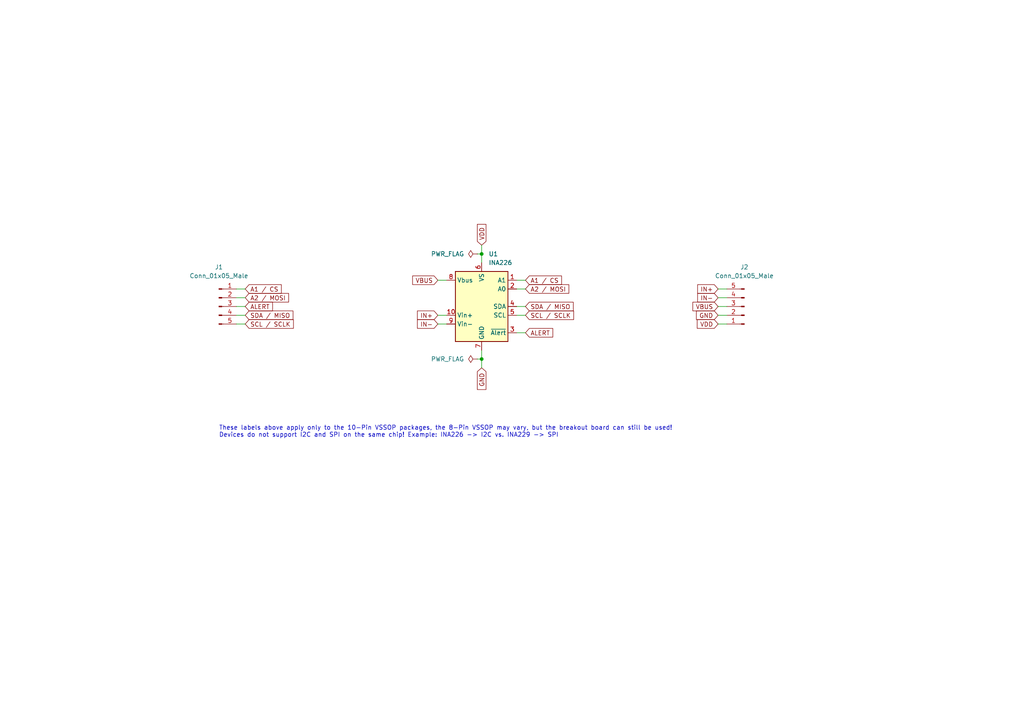
<source format=kicad_sch>
(kicad_sch (version 20211123) (generator eeschema)
  (paper "A4")
  (title_block (title "INA2xx Breakout Board") (date "2023-03-03") (rev "A") (company "ElektroNik Zoller") (comment 1 "Author: Nikolai Zoller") (comment 4 "License: CERN-OHL-P"))
  (lib_symbols
    (symbol "Connector:Conn_01x05_Male" (pin_names (offset 1.016) hide)
      (property "Reference" "J" (at 0 7.62 0))
      (property "Value" "Conn_01x05_Male" (at 0 -7.62 0))
      (symbol "Conn_01x05_Male_1_1"
        (polyline (pts (xy 1.27 -5.08) (xy 0.8636 -5.08)) (stroke (width 0.1524)))
        (polyline (pts (xy 1.27 -2.54) (xy 0.8636 -2.54)) (stroke (width 0.1524)))
        (polyline (pts (xy 1.27 0) (xy 0.8636 0)) (stroke (width 0.1524)))
        (polyline (pts (xy 1.27 2.54) (xy 0.8636 2.54)) (stroke (width 0.1524)))
        (polyline (pts (xy 1.27 5.08) (xy 0.8636 5.08)) (stroke (width 0.1524)))
        (rectangle (start 0.8636 -4.953) (end 0 -5.207) (stroke (width 0.1524)) (fill (type outline)))
        (rectangle (start 0.8636 -2.413) (end 0 -2.667) (stroke (width 0.1524)) (fill (type outline)))
        (rectangle (start 0.8636 0.127) (end 0 -0.127) (stroke (width 0.1524)) (fill (type outline)))
        (rectangle (start 0.8636 2.667) (end 0 2.413) (stroke (width 0.1524)) (fill (type outline)))
        (rectangle (start 0.8636 5.207) (end 0 4.953) (stroke (width 0.1524)) (fill (type outline)))
        (pin passive line (at 5.08 5.08 180) (length 3.81) (name "Pin_1") (number "1"))
        (pin passive line (at 5.08 2.54 180) (length 3.81) (name "Pin_2") (number "2"))
        (pin passive line (at 5.08 0 180) (length 3.81) (name "Pin_3") (number "3"))
        (pin passive line (at 5.08 -2.54 180) (length 3.81) (name "Pin_4") (number "4"))
        (pin passive line (at 5.08 -5.08 180) (length 3.81) (name "Pin_5") (number "5"))
      )
    )
    (symbol "Sensor_Energy:INA226"
      (property "Reference" "U" (at -6.35 11.43 0))
      (property "Value" "INA226" (at 3.81 11.43 0))
      (symbol "INA226_0_1"
        (rectangle (start 7.62 10.16) (end -7.62 -10.16) (stroke (width 0.254)) (fill (type background)))
      )
      (symbol "INA226_1_1"
        (pin input line (at 10.16 7.62 180) (length 2.54) (name "A1") (number "1"))
        (pin input line (at -10.16 -2.54 0) (length 2.54) (name "Vin+") (number "10"))
        (pin input line (at 10.16 5.08 180) (length 2.54) (name "A0") (number "2"))
        (pin open_collector line (at 10.16 -7.62 180) (length 2.54) (name "~{Alert}") (number "3"))
        (pin bidirectional line (at 10.16 0 180) (length 2.54) (name "SDA") (number "4"))
        (pin input line (at 10.16 -2.54 180) (length 2.54) (name "SCL") (number "5"))
        (pin power_in line (at 0 12.7 270) (length 2.54) (name "VS") (number "6"))
        (pin power_in line (at 0 -12.7 90) (length 2.54) (name "GND") (number "7"))
        (pin input line (at -10.16 7.62 0) (length 2.54) (name "Vbus") (number "8"))
        (pin input line (at -10.16 -5.08 0) (length 2.54) (name "Vin-") (number "9"))
      )
    )
    (symbol "power:PWR_FLAG" (power) (pin_numbers hide) (pin_names (offset 0) hide)
      (property "Value" "PWR_FLAG" (at 0 3.81 0))
      (symbol "PWR_FLAG_0_0"
        (pin power_out line (at 0 0 90) (length 0) (name "pwr") (number "1"))
      )
      (symbol "PWR_FLAG_0_1"
        (polyline (pts (xy 0 0) (xy 0 1.27) (xy -1.016 1.905) (xy 0 2.54) (xy 1.016 1.905) (xy 0 1.27)))
      )
    )
  )
  (junction (at 139.7 104.14))
  (junction (at 139.7 73.66))
  (wire (pts (xy 127 81.28) (xy 129.54 81.28)))
  (wire (pts (xy 208.28 88.9) (xy 210.82 88.9)))
  (wire (pts (xy 139.7 71.12) (xy 139.7 73.66)))
  (wire (pts (xy 68.58 86.36) (xy 71.12 86.36)))
  (wire (pts (xy 139.7 101.6) (xy 139.7 104.14)))
  (wire (pts (xy 139.7 104.14) (xy 139.7 106.68)))
  (wire (pts (xy 149.86 91.44) (xy 152.4 91.44)))
  (wire (pts (xy 149.86 96.52) (xy 152.4 96.52)))
  (wire (pts (xy 208.28 91.44) (xy 210.82 91.44)))
  (wire (pts (xy 127 93.98) (xy 129.54 93.98)))
  (wire (pts (xy 138.43 73.66) (xy 139.7 73.66)))
  (wire (pts (xy 68.58 93.98) (xy 71.12 93.98)))
  (wire (pts (xy 127 91.44) (xy 129.54 91.44)))
  (wire (pts (xy 68.58 83.82) (xy 71.12 83.82)))
  (wire (pts (xy 139.7 73.66) (xy 139.7 76.2)))
  (wire (pts (xy 138.43 104.14) (xy 139.7 104.14)))
  (wire (pts (xy 68.58 91.44) (xy 71.12 91.44)))
  (wire (pts (xy 208.28 93.98) (xy 210.82 93.98)))
  (wire (pts (xy 68.58 88.9) (xy 71.12 88.9)))
  (wire (pts (xy 149.86 83.82) (xy 152.4 83.82)))
  (wire (pts (xy 208.28 86.36) (xy 210.82 86.36)))
  (wire (pts (xy 149.86 81.28) (xy 152.4 81.28)))
  (wire (pts (xy 149.86 88.9) (xy 152.4 88.9)))
  (wire (pts (xy 208.28 83.82) (xy 210.82 83.82)))
  (text "These labels above apply only to the 10-Pin VSSOP packages, the 8-Pin VSSOP may vary, but the breakout board can still be used!\nDevices do not support I2C and SPI on the same chip! Example: INA226 -> I2C vs. INA229 -> SPI" (at 63.5 127 0) (effects (font (size 1.27 1.27)) (justify left bottom)))
  (global_label "SCL {slash} SCLK" (shape input) (at 152.4 91.44 0) (property "Intersheet References" "${INTERSHEET_REFS}" (effects hide)))
  (global_label "GND" (shape input) (at 208.28 91.44 180) (property "Intersheet References" "${INTERSHEET_REFS}" (effects hide)))
  (global_label "SDA {slash} MISO" (shape input) (at 152.4 88.9 0) (property "Intersheet References" "${INTERSHEET_REFS}" (effects hide)))
  (global_label "ALERT" (shape input) (at 71.12 88.9 0) (property "Intersheet References" "${INTERSHEET_REFS}" (effects hide)))
  (global_label "IN-" (shape input) (at 208.28 86.36 180) (property "Intersheet References" "${INTERSHEET_REFS}" (effects hide)))
  (global_label "GND" (shape input) (at 139.7 106.68 270) (property "Intersheet References" "${INTERSHEET_REFS}" (effects hide)))
  (global_label "VDD" (shape input) (at 208.28 93.98 180) (property "Intersheet References" "${INTERSHEET_REFS}" (effects hide)))
  (global_label "IN-" (shape input) (at 127 93.98 180) (property "Intersheet References" "${INTERSHEET_REFS}" (effects hide)))
  (global_label "A2 {slash} MOSI" (shape input) (at 152.4 83.82 0) (property "Intersheet References" "${INTERSHEET_REFS}" (effects hide)))
  (global_label "SCL {slash} SCLK" (shape input) (at 71.12 93.98 0) (property "Intersheet References" "${INTERSHEET_REFS}" (effects hide)))
  (global_label "IN+" (shape input) (at 208.28 83.82 180) (property "Intersheet References" "${INTERSHEET_REFS}" (effects hide)))
  (global_label "IN+" (shape input) (at 127 91.44 180) (property "Intersheet References" "${INTERSHEET_REFS}" (effects hide)))
  (global_label "A2 {slash} MOSI" (shape input) (at 71.12 86.36 0) (property "Intersheet References" "${INTERSHEET_REFS}" (effects hide)))
  (global_label "VDD" (shape input) (at 139.7 71.12 90) (property "Intersheet References" "${INTERSHEET_REFS}" (effects hide)))
  (global_label "ALERT" (shape input) (at 152.4 96.52 0) (property "Intersheet References" "${INTERSHEET_REFS}" (effects hide)))
  (global_label "VBUS" (shape input) (at 127 81.28 180) (property "Intersheet References" "${INTERSHEET_REFS}" (effects hide)))
  (global_label "SDA {slash} MISO" (shape input) (at 71.12 91.44 0) (property "Intersheet References" "${INTERSHEET_REFS}" (effects hide)))
  (global_label "A1 {slash} CS" (shape input) (at 152.4 81.28 0) (property "Intersheet References" "${INTERSHEET_REFS}" (effects hide)))
  (global_label "A1 {slash} CS" (shape input) (at 71.12 83.82 0) (property "Intersheet References" "${INTERSHEET_REFS}" (effects hide)))
  (global_label "VBUS" (shape input) (at 208.28 88.9 180) (property "Intersheet References" "${INTERSHEET_REFS}" (effects hide)))
  (symbol (lib_id "power:PWR_FLAG") (at 138.43 104.14 90) (unit 1)
    (property "Reference" "#FLG02" (effects hide))
    (property "Value" "PWR_FLAG" (at 134.62 104.1399 90) (effects (justify left)))
  )
  (symbol (lib_id "power:PWR_FLAG") (at 138.43 73.66 90) (unit 1)
    (property "Reference" "#FLG01" (effects hide))
    (property "Value" "PWR_FLAG" (at 134.62 73.6599 90) (effects (justify left)))
  )
  (symbol (lib_id "Connector:Conn_01x05_Male") (at 215.9 88.9 180) (unit 1)
    (property "Reference" "J2" (at 215.9 77.47 0))
    (property "Value" "Conn_01x05_Male" (at 215.9 80.01 0))
    (property "Footprint" "Connector_PinHeader_2.54mm:PinHeader_1x05_P2.54mm_Vertical" (effects hide))
  )
  (symbol (lib_id "Sensor_Energy:INA226") (at 139.7 88.9 0) (unit 1)
    (property "Reference" "U1" (at 141.7194 73.66 0) (effects (justify left)))
    (property "Value" "INA226" (at 141.7194 76.2 0) (effects (justify left)))
    (property "Footprint" "Package_SO:VSSOP-10_3x3mm_P0.5mm" (effects hide))
    (property "Datasheet" "http://www.ti.com/lit/ds/symlink/ina226.pdf" (effects hide))
  )
  (symbol (lib_id "Connector:Conn_01x05_Male") (at 63.5 88.9 0) (unit 1)
    (property "Reference" "J1" (at 63.5 77.47 0))
    (property "Value" "Conn_01x05_Male" (at 63.5 80.01 0))
    (property "Footprint" "Connector_PinHeader_2.54mm:PinHeader_1x05_P2.54mm_Vertical" (effects hide))
  )
)
</source>
